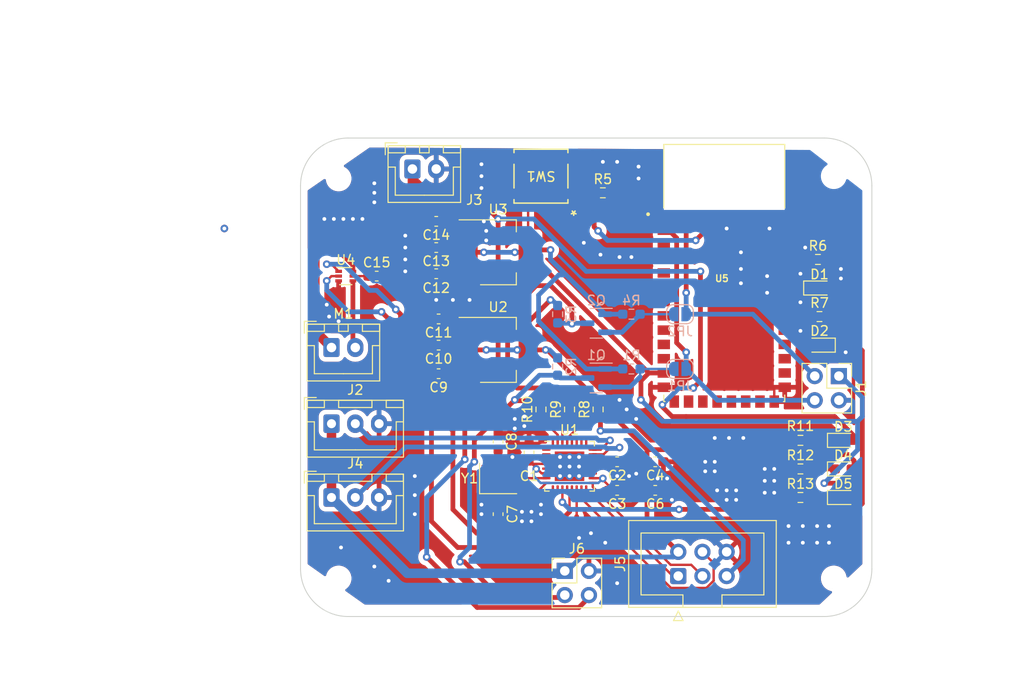
<source format=kicad_pcb>
(kicad_pcb (version 20221018) (generator pcbnew)
  (layers (0 "F.Cu" signal) (31 "B.Cu" signal) (34 "B.Paste" user) (35 "F.Paste" user) (36 "B.SilkS" user "B.Silkscreen") (37 "F.SilkS" user "F.Silkscreen") (38 "B.Mask" user) (39 "F.Mask" user) (44 "Edge.Cuts" user))
  (net 0 "")
  (net 1 "GND")
  (net 2 "+5V")
  (net 3 "Net-(U1-AREF)")
  (net 4 "Net-(U1-XTAL2{slash}PB7)")
  (net 5 "Net-(U1-XTAL1{slash}PB6)")
  (net 6 "VCC")
  (net 7 "+3.3V")
  (net 8 "Net-(D1-A)")
  (net 9 "Net-(D2-A)")
  (net 10 "Net-(J1-Pin_3)")
  (net 11 "Net-(J1-Pin_4)")
  (net 12 "A2")
  (net 13 "A1")
  (net 14 "/MISO")
  (net 15 "/SCK")
  (net 16 "/MOSI")
  (net 17 "/RST")
  (net 18 "/TX")
  (net 19 "/RX")
  (net 20 "Net-(U5-PIO[11])")
  (net 21 "Net-(U5-PIO[8])")
  (net 22 "STATE")
  (net 23 "Net-(U1-PD0)")
  (net 24 "Net-(U1-PD1)")
  (net 25 "Net-(D3-K)")
  (net 26 "Net-(D4-K)")
  (net 27 "Net-(D5-K)")
  (net 37 "/SDA")
  (net 38 "/SCL")
  (net 40 "IN1")
  (net 41 "IN2")
  (net 42 "Net-(M1--)")
  (net 43 "Net-(M1-+)")
  (net 68 "/Communication /RX3.3v")
  (net 69 "/Communication /TX3.3v")
  (footprint "Capacitor_SMD:C_0603_1608Metric_Pad1.08x0.95mm_HandSolder" (layer "F.Cu") (at 166.5 108.75 90)
    (fp_text reference "C7")
    (fp_text value "8pf")
  )
  (footprint "LED_SMD:LED_0603_1608Metric_Pad1.05x0.95mm_HandSolder" (layer "F.Cu") (at 202.75 104)
    (fp_text reference "D4")
    (fp_text value "LED_G")
  )
  (footprint "Connector_PinHeader_2.54mm:PinHeader_2x02_P2.54mm_Vertical" (layer "F.Cu") (at 173.5 114.71)
    (fp_text reference "J6")
    (fp_text value "Conn_02x02_Counter_Clockwise")
  )
  (footprint "Capacitor_SMD:C_0603_1608Metric_Pad1.08x0.95mm_HandSolder" (layer "F.Cu") (at 160.25 91 180)
    (fp_text reference "C10")
    (fp_text value "22uf")
  )
  (footprint "LED_SMD:LED_0603_1608Metric_Pad1.05x0.95mm_HandSolder" (layer "F.Cu") (at 200.25 91 180)
    (fp_text reference "D2")
    (fp_text value "BLED")
  )
  (footprint "Connector_JST:JST_XH_B2B-XH-A_1x02_P2.50mm_Vertical" (layer "F.Cu") (at 149 91.25)
    (fp_text reference "M1")
    (fp_text value "Motor_DC")
  )
  (footprint "MountingHole:MountingHole_2.2mm_M2" (layer "F.Cu") (at 201.75 115.5)
    (fp_text reference "REF**" hide)
    (fp_text value "MountingHole_2.2mm_M2")
  )
  (footprint "Capacitor_SMD:C_0603_1608Metric_Pad1.08x0.95mm_HandSolder" (layer "F.Cu") (at 160 83.5 180)
    (fp_text reference "C12")
    (fp_text value "22uf")
  )
  (footprint "Connector_JST:JST_XH_B3B-XH-A_1x03_P2.50mm_Vertical" (layer "F.Cu") (at 149 107)
    (fp_text reference "J4")
    (fp_text value "Conn_01x03")
  )
  (footprint "LED_SMD:LED_0603_1608Metric_Pad1.05x0.95mm_HandSolder" (layer "F.Cu") (at 202.75 107)
    (fp_text reference "D5")
    (fp_text value "LED_B")
  )
  (footprint "LED_SMD:LED_0603_1608Metric_Pad1.05x0.95mm_HandSolder" (layer "F.Cu") (at 200.25 85)
    (fp_text reference "D1")
    (fp_text value "BLED")
  )
  (footprint "Capacitor_SMD:C_0603_1608Metric_Pad1.08x0.95mm_HandSolder" (layer "F.Cu") (at 166.5 101.1375 -90)
    (fp_text reference "C8")
    (fp_text value "8pf")
  )
  (footprint "Resistor_SMD:R_0603_1608Metric_Pad0.98x0.95mm_HandSolder" (layer "F.Cu") (at 171 97.75 90)
    (fp_text reference "R10")
    (fp_text value "1K")
  )
  (footprint "Capacitor_SMD:C_0603_1608Metric_Pad1.08x0.95mm_HandSolder" (layer "F.Cu") (at 183 106.25 180)
    (fp_text reference "C6")
    (fp_text value "1uf")
  )
  (footprint "Capacitor_SMD:C_0603_1608Metric_Pad1.08x0.95mm_HandSolder" (layer "F.Cu") (at 160.25 94 180)
    (fp_text reference "C9")
    (fp_text value "22uf")
  )
  (footprint "Capacitor_SMD:C_0603_1608Metric_Pad1.08x0.95mm_HandSolder" (layer "F.Cu") (at 169.75 102.25 -90)
    (fp_text reference "C1")
    (fp_text value ".1uf")
  )
  (footprint "MountingHole:MountingHole_2.2mm_M2" (layer "F.Cu") (at 149.75 73.5)
    (fp_text reference "REF**" hide)
    (fp_text value "MountingHole_2.2mm_M2")
  )
  (footprint "Resistor_SMD:R_0603_1608Metric_Pad0.98x0.95mm_HandSolder" (layer "F.Cu") (at 200.25 88)
    (fp_text reference "R7")
    (fp_text value "10K")
  )
  (footprint "Package_TO_SOT_SMD:SOT-563" (layer "F.Cu") (at 150.5 83.75)
    (fp_text reference "U4")
    (fp_text value "DRV8220DRLR")
  )
  (footprint "Package_DFN_QFN:QFN-32-1EP_5x5mm_P0.5mm_EP3.1x3.1mm" (layer "F.Cu") (at 174 103.72)
    (fp_text reference "U1")
    (fp_text value "ATmega328P-M")
  )
  (footprint "Capacitor_SMD:C_0603_1608Metric_Pad1.08x0.95mm_HandSolder" (layer "F.Cu") (at 160.25 88.25 180)
    (fp_text reference "C11")
    (fp_text value "22uf")
  )
  (footprint "Capacitor_SMD:C_0603_1608Metric_Pad1.08x0.95mm_HandSolder" (layer "F.Cu") (at 160 78 180)
    (fp_text reference "C14")
    (fp_text value "22uf")
  )
  (footprint "Resistor_SMD:R_0603_1608Metric_Pad0.98x0.95mm_HandSolder" (layer "F.Cu") (at 177 97.75 90)
    (fp_text reference "R8")
    (fp_text value "1K")
  )
  (footprint "Connector_IDC:IDC-Header_2x03_P2.54mm_Vertical" (layer "F.Cu") (at 185.42 115.25 90)
    (fp_text reference "J5")
    (fp_text value "AVR-ISP-6")
  )
  (footprint "Connector_JST:JST_XH_B2B-XH-A_1x02_P2.50mm_Vertical" (layer "F.Cu") (at 157.5 72.5)
    (fp_text reference "J3")
    (fp_text value "Conn_01x02")
  )
  (footprint "MountingHole:MountingHole_2.2mm_M2" (layer "F.Cu") (at 149.75 115.5)
    (fp_text reference "REF**" hide)
    (fp_text value "MountingHole_2.2mm_M2")
  )
  (footprint "Resistor_SMD:R_0603_1608Metric_Pad0.98x0.95mm_HandSolder" (layer "F.Cu") (at 177.5 75)
    (fp_text reference "R5")
    (fp_text value "1K")
  )
  (footprint "RF_Module:XCVR_HC-05" (layer "F.Cu") (at 190.25 83.75)
    (fp_text reference "U5")
    (fp_text value "HC-05")
  )
  (footprint "Resistor_SMD:R_0603_1608Metric_Pad0.98x0.95mm_HandSolder" (layer "F.Cu") (at 174 97.75 90)
    (fp_text reference "R9")
    (fp_text value "1K")
  )
  (footprint "Capacitor_SMD:C_0603_1608Metric_Pad1.08x0.95mm_HandSolder" (layer "F.Cu") (at 160 80.75 180)
    (fp_text reference "C13")
    (fp_text value "22uf")
  )
  (footprint "Package_TO_SOT_SMD:SOT-223-3_TabPin2" (layer "F.Cu") (at 166.5 81.25)
    (fp_text reference "U3")
    (fp_text value "AZ1117-3.3")
  )
  (footprint "MountingHole:MountingHole_2.2mm_M2" (layer "F.Cu") (at 201.75 73.25)
    (fp_text reference "REF**" hide)
    (fp_text value "MountingHole_2.2mm_M2")
  )
  (footprint "Capacitor_SMD:C_0603_1608Metric_Pad1.08x0.95mm_HandSolder" (layer "F.Cu") (at 183 103.25 180)
    (fp_text reference "C4")
    (fp_text value "1uf")
  )
  (footprint "Connector_JST:JST_XH_B3B-XH-A_1x03_P2.50mm_Vertical" (layer "F.Cu") (at 149 99.25)
    (fp_text reference "J2")
    (fp_text value "Conn_01x03")
  )
  (footprint "Button_Switch_SMD:PTS526" (layer "F.Cu") (at 171 73.25 180)
    (fp_text reference "SW1")
    (fp_text value "SW_Push")
  )
  (footprint "Package_TO_SOT_SMD:SOT-223-3_TabPin2" (layer "F.Cu") (at 166.5 91.5)
    (fp_text reference "U2")
    (fp_text value "AZ1117-5.0")
  )
  (footprint "Capacitor_SMD:C_0603_1608Metric_Pad1.08x0.95mm_HandSolder" (layer "F.Cu") (at 153.75 83.75)
    (fp_text reference "C15")
    (fp_text value "22uf")
  )
  (footprint "LED_SMD:LED_0603_1608Metric_Pad1.05x0.95mm_HandSolder" (layer "F.Cu") (at 202.75 101)
    (fp_text reference "D3")
    (fp_text value "LED_R")
  )
  (footprint "Crystal:Crystal_SMD_EuroQuartz_MT-4Pin_3.2x2.5mm" (layer "F.Cu") (at 166.5 105)
    (fp_text reference "Y1")
    (fp_text value "16MHz")
  )
  (footprint "Resistor_SMD:R_0603_1608Metric_Pad0.98x0.95mm_HandSolder" (layer "F.Cu") (at 198.25 107)
    (fp_text reference "R13")
    (fp_text value "330")
  )
  (footprint "Resistor_SMD:R_0603_1608Metric_Pad0.98x0.95mm_HandSolder" (layer "F.Cu") (at 200.0875 82)
    (fp_text reference "R6")
    (fp_text value "2K")
  )
  (footprint "Resistor_SMD:R_0603_1608Metric_Pad0.98x0.95mm_HandSolder" (layer "F.Cu") (at 198.25 101 180)
    (fp_text reference "R11")
    (fp_text value "1K")
  )
  (footprint "Capacitor_SMD:C_0603_1608Metric_Pad1.08x0.95mm_HandSolder" (layer "F.Cu") (at 179 106.25 180)
    (fp_text reference "C3")
    (fp_text value ".1uf")
  )
  (footprint "Resistor_SMD:R_0603_1608Metric_Pad0.98x0.95mm_HandSolder" (layer "F.Cu") (at 198.25 104)
    (fp_text reference "R12")
    (fp_text value "330")
  )
  (footprint "Capacitor_SMD:C_0603_1608Metric_Pad1.08x0.95mm_HandSolder" (layer "F.Cu") (at 179 103.25 180)
    (fp_text reference "C2")
    (fp_text value ".1uf")
  )
  (footprint "Connector_PinHeader_2.54mm:PinHeader_2x02_P2.54mm_Vertical" (layer "F.Cu") (at 202.29 94.25 -90)
    (fp_text reference "J1")
    (fp_text value "Conn_02x02_Counter_Clockwise")
  )
  (footprint "Package_TO_SOT_SMD:SOT-23" (layer "B.Cu") (at 176.8125 88.7 180)
    (fp_text reference "Q2")
    (fp_text value "BSS138")
  )
  (footprint "Jumper:SolderJumper-2_P1.3mm_Open_RoundedPad1.0x1.5mm" (layer "B.Cu") (at 185.6 93.5)
    (fp_text reference "JP1")
    (fp_text value "SolderJumper_2_Open")
  )
  (footprint "Jumper:SolderJumper-2_P1.3mm_Open_RoundedPad1.0x1.5mm" (layer "B.Cu") (at 185.6 87.75)
    (fp_text reference "JP2")
    (fp_text value "SolderJumper_2_Open")
  )
  (footprint "Resistor_SMD:R_0603_1608Metric_Pad0.98x0.95mm_HandSolder" (layer "B.Cu") (at 180.5 93.5 180)
    (fp_text reference "R1")
    (fp_text value "10K")
  )
  (footprint "Package_TO_SOT_SMD:SOT-23" (layer "B.Cu") (at 176.8125 94.45 180)
    (fp_text reference "Q1")
    (fp_text value "BSS138")
  )
  (footprint "Resistor_SMD:R_0603_1608Metric_Pad0.98x0.95mm_HandSolder" (layer "B.Cu") (at 180.5 87.75 180)
    (fp_text reference "R4")
    (fp_text value "10K")
  )
  (footprint "Resistor_SMD:R_0603_1608Metric_Pad0.98x0.95mm_HandSolder" (layer "B.Cu") (at 172.75 93.25 90)
    (fp_text reference "R2")
    (fp_text value "10K")
  )
  (footprint "Resistor_SMD:R_0603_1608Metric_Pad0.98x0.95mm_HandSolder" (layer "B.Cu") (at 172.75 87.75 90)
    (fp_text reference "R3")
    (fp_text value "10K")
  )
  (gr_arc (start 205.75 114.5) (mid 204.285534 118.035534) (end 200.75 119.5) (stroke (width 0.1)) (layer "Edge.Cuts"))
  (gr_line (start 200.75 119.5) (end 150.75 119.5) (stroke (width 0.1)) (layer "Edge.Cuts"))
  (gr_arc (start 145.75 74.25) (mid 147.214466 70.714466) (end 150.75 69.25) (stroke (width 0.1)) (layer "Edge.Cuts"))
  (gr_arc (start 150.75 119.5) (mid 147.214466 118.035534) (end 145.75 114.5) (stroke (width 0.1)) (layer "Edge.Cuts"))
  (gr_line (start 145.75 114.5) (end 145.75 74.25) (stroke (width 0.1)) (layer "Edge.Cuts"))
  (gr_line (start 205.75 74.25) (end 205.75 114.5) (stroke (width 0.1)) (layer "Edge.Cuts"))
  (gr_line (start 150.75 69.25) (end 200.75 69.25) (stroke (width 0.1)) (layer "Edge.Cuts"))
  (gr_arc (start 200.75 69.25) (mid 204.285534 70.714466) (end 205.75 74.25) (stroke (width 0.1)) (layer "Edge.Cuts"))
  (via (at 137.75 78.75) (size 0.8) (drill 0.4) (layers "F.Cu" "B.Cu") (net 0))
  (segment (start 171.5625 103.97) (end 172.78 103.97) (width 0.25) (layer "F.Cu") (net 1))
  (segment (start 171.5625 102.97) (end 172.78 102.97) (width 0.25) (layer "F.Cu") (net 1))
  (segment (start 195.5 96.925) (end 195.5 95.5) (width 0.25) (layer "F.Cu") (net 1))
  (segment (start 175.28 103.47) (end 175 103.75) (width 0.25) (layer "F.Cu") (net 1))
  (segment (start 149.75 85.5) (end 148.5 86.75) (width 1) (layer "F.Cu") (net 1))
  (segment (start 172.78 102.97) (end 173 102.75) (width 0.25) (layer "F.Cu") (net 1))
  (segment (start 195.5 95.5) (end 195.425 95.425) (width 0.25) (layer "F.Cu") (net 1))
  (segment (start 149.75 84.5) (end 149.75 85.5) (width 0.5) (layer "F.Cu") (net 1))
  (segment (start 195.425 95.425) (end 196.6 95.425) (width 0.25) (layer "F.Cu") (net 1))
  (segment (start 176.4375 103.47) (end 175.28 103.47) (width 0.25) (layer "F.Cu") (net 1))
  (segment (start 172.78 103.97) (end 173 103.75) (width 0.25) (layer "F.Cu") (net 1))
  (via (at 176.25 110.75) (size 0.8) (drill 0.4) (layers "F.Cu" "B.Cu") (net 1))
  (via (at 164.75 107.75) (size 0.8) (drill 0.4) (layers "F.Cu" "B.Cu") (net 1))
  (via (at 148.75 88) (size 0.8) (drill 0.4) (layers "F.Cu" "B.Cu") (net 1))
  (via (at 179 104.75) (size 0.8) (drill 0.4) (layers "F.Cu" "B.Cu") (net 1))
  (via (at 198.25 86.5) (size 0.8) (drill 0.4) (layers "F.Cu" "B.Cu") (net 1))
  (via (at 181.25 72.25) (size 0.8) (drill 0.4) (layers "F.Cu" "B.Cu") (net 1))
  (via (at 152.25 77.75) (size 0.8) (drill 0.4) (layers "F.Cu" "B.Cu") (net 1))
  (via (at 177.75 111.75) (size 0.8) (drill 0.4) (layers "F.Cu" "B.Cu") (net 1))
  (via (at 198.5 111.75) (size 0.8) (drill 0.4) (layers "F.Cu" "B.Cu") (net 1))
  (via (at 164.75 73.25) (size 0.8) (drill 0.4) (layers "F.Cu" "B.Cu") (net 1))
  (via (at 156.75 82) (size 0.8) (drill 0.4) (layers "F.Cu" "B.Cu") (net 1))
  (via (at 189.25 103.25) (size 0.8) (drill 0.4) (layers "F.Cu" "B.Cu") (net 1))
  (via (at 156.75 79.5) (size 0.8) (drill 0.4) (layers "F.Cu" "B.Cu") (net 1))
  (via (at 195.5 105.25) (size 0.8) (drill 0.4) (layers "F.Cu" "B.Cu") (net 1))
  (via (at 157.75 106.75) (size 0.8) (drill 0.4) (layers "F.Cu" "B.Cu") (net 1))
  (via (at 160 86.25) (size 0.8) (drill 0.4) (layers "F.Cu" "B.Cu") (net 1))
  (via (at 151.25 77.75) (size 0.8) (drill 0.4) (layers "F.Cu" "B.Cu") (net 1))
  (via (at 175.5 80.25) (size 0.8) (drill 0.4) (layers "F.Cu" "B.Cu") (net 1))
  (via (at 168 102.75) (size 0.8) (drill 0.4) (layers "F.Cu" "B.Cu") (net 1))
  (via (at 165.25 80) (size 0.8) (drill 0.4) (layers "F.Cu" "B.Cu") (net 1))
  (via (at 148.5 86.75) (size 0.8) (drill 0.4) (layers "F.Cu" "B.Cu") (net 1))
  (via (at 198.75 80.75) (size 0.8) (drill 0.4) (layers "F.Cu" "B.Cu") (net 1))
  (via (at 190.5 78.75) (size 0.8) (drill 0.4) (layers "F.Cu" "B.Cu") (net 1))
  (via (at 194.75 85.5) (size 0.8) (drill 0.4) (layers "F.Cu" "B.Cu") (net 1))
  (via (at 157.75 108.75) (size 0.8) (drill 0.4) (layers "F.Cu" "B.Cu") (net 1))
  (via (at 153.5 114.25) (size 0.8) (drill 0.4) (layers "F.Cu" "B.Cu") (net 1))
  (via (at 169.25 98.5) (size 0.8) (drill 0.4) (layers "F.Cu" "B.Cu") (net 1))
  (via (at 189.25 100.75) (size 0.8) (drill 0.4) (layers "F.Cu" "B.Cu") (net 1))
  (via (at 169 108.5) (size 0.8) (drill 0.4) (layers "F.Cu" "B.Cu") (net 1))
  (via (at 150.25 77.75) (size 0.8) (drill 0.4) (layers "F.Cu" "B.Cu") (net 1))
  (via (at 202.5 84) (size 0.8) (drill 0.4) (layers "F.Cu" "B.Cu") (net 1))
  (via (at 173 102.75) (size 0.8) (drill 0.4) (layers "F.Cu" "B.Cu") (net 1))
  (via (at 194.75 83.75) (size 0.8) (drill 0.4) (layers "F.Cu" "B.Cu") (net 1))
  (via (at 184.25 105) (size 0.8) (drill 0.4) (layers "F.Cu" "B.Cu") (net 1))
  (via (at 190.75 100.75) (size 0.8) (drill 0.4) (layers "F.Cu" "B.Cu") (net 1))
  (via (at 174 103.75) (size 0.8) (drill 0.4) (layers "F.Cu" "B.Cu") (net 1))
  (via (at 200 111.75) (size 0.8) (drill 0.4) (layers "F.Cu" "B.Cu") (net 1))
  (via (at 188.25 103.25) (size 0.8) (drill 0.4) (layers "F.Cu" "B.Cu") (net 1))
  (via (at 157.75 104.75) (size 0.8) (drill 0.4) (layers "F.Cu" "B.Cu") (net 1))
  (via (at 163.5 86.25) (size 0.8) (drill 0.4) (layers "F.Cu" "B.Cu") (net 1))
  (via (at 181 104.5) (size 0.8) (drill 0.4) (layers "F.Cu" "B.Cu") (net 1))
  (via (at 200 110) (size 0.8) (drill 0.4) (layers "F.Cu" "B.Cu") (net 1))
  (via (at 198.5 110) (size 0.8) (drill 0.4) (layers "F.Cu" "B.Cu") (net 1))
  (via (at 192 81.25) (size 0.8) (drill 0.4) (layers "F.Cu" "B.Cu") (net 1))
  (via (at 202.5 83) (size 0.8) (drill 0.4) (layers "F.Cu" "B.Cu") (net 1))
  (via (at 148.25 77.75) (size 0.8) (drill 0.4) (layers "F.Cu" "B.Cu") (net 1))
  (via (at 177.25 81.5) (size 0.8) (drill 0.4) (layers "F.Cu" "B.Cu") (net 1))
  (via (at 175 104.75) (size 0.8) (drill 0.4) (layers "F.Cu" "B.Cu") (net 1))
  (via (at 188.25 104.25) (size 0.8) (drill 0.4) (layers "F.Cu" "B.Cu") (net 1))
  (via (at 191.5 106.25) (size 0.8) (drill 0.4) (layers "F.Cu" "B.Cu") (net 1))
  (via (at 168.25 99.75) (size 0.8) (drill 0.4) (layers "F.Cu" "B.Cu") (net 1))
  (via (at 169 109.5) (size 0.8) (drill 0.4) (layers "F.Cu" "B.Cu") (net 1))
  (via (at 179.25 96.75) (size 0.8) (drill 0.4) (layers "F.Cu" "B.Cu") (net 1))
  (via (at 201.25 111.75) (size 0.8) (drill 0.4) (layers "F.Cu" "B.Cu") (net 1))
  (via (at 195.5 104) (size 0.8) (drill 0.4) (layers "F.Cu" "B.Cu") (net 1))
  (via (at 180 97.75) (size 0.8) (drill 0.4) (layers "F.Cu" "B.Cu") (net 1))
  (via (at 198.25 83.5) (size 0.8) (drill 0.4) (layers "F.Cu" "B.Cu") (net 1))
  (via (at 161.75 86.25) (size 0.8) (drill 0.4) (layers "F.Cu" "B.Cu") (net 1))
  (via (at 175 111.25) (size 0.8) (drill 0.4) (layers "F.Cu" "B.Cu") (net 1))
  (via (at 164.75 74.5) (size 0.8) (drill 0.4) (layers "F.Cu" "B.Cu") (net 1))
  (via (at 153.5 75) (size 0.8) (drill 0.4) (layers "F.Cu" "B.Cu") (net 1))
  (via (at 192 83) (size 0.8) (drill 0.4) (layers "F.Cu" "B.Cu") (net 1))
  (via (at 198.25 89.5) (size 0.8) (drill 0.4) (layers "F.Cu" "B.Cu") (net 1))
  (via (at 164.75 108.75) (size 0.8) (drill 0.4) (layers "F.Cu" "B.Cu") (net 1))
  (via (at 156.75 80.75) (size 0.8) (drill 0.4) (layers "F.Cu" "B.Cu") (net 1))
  (via (at 168.25 98.75) (size 0.8) (drill 0.4) (layers "F.Cu" "B.Cu") (net 1))
  (via (at 191.5 107.25) (size 0.8) (drill 0.4) (layers "F.Cu" "B.Cu") (net 1))
  (via (at 183.25 105) (size 0.8) (drill 0.4) (layers "F.Cu" "B.Cu") (net 1))
  (via (at 181 98.75) (size 0.8) (drill 0.4) (layers "F.Cu" "B.Cu") (net 1))
  (via (at 165 78) (size 0.8) (drill 0.4) (layers "F.Cu" "B.Cu") (net 1))
  (via (at 174 104.75) (size 0.8) (drill 0.4) (layers "F.Cu" "B.Cu") (net 1))
  (via (at 153.5 76) (size 0.8) (drill 0.4) (layers "F.Cu" "B.Cu") (net 1))
  (via (at 173 104.75) (size 0.8) (drill 0.4) (layers "F.Cu" "B.Cu") (net 1))
  (via (at 194.5 105.25) (size 0.8) (drill 0.4) (layers "F.Cu" "B.Cu") (net 1))
  (via (at 203 91.75) (size 0.8) (drill 0.4) (layers "F.Cu" "B.Cu") (net 1))
  (via (at 184.75 107.25) (size 0.8) (drill 0.4) (layers "F.Cu" "B.Cu") (net 1))
  (via (at 153.5 74) (size 0.8) (drill 0.4) (layers "F.Cu" "B.Cu") (net 1))
  (via (at 179.25 81.75) (size 0.8) (drill 0.4) (layers "F.Cu" "B.Cu") (net 1))
  (via (at 180.25 104.75) (size 0.8) (drill 0.4) (layers "F.Cu" "B.Cu") (net 1))
  (via (at 149.75 88.5) (size 0.8) (drill 0.4) (layers "F.Cu" "B.Cu") (net 1))
  (via (at 195.5 106.5) (size 0.8) (drill 0.4) (layers "F.Cu" "B.Cu") (net 1))
  (via (at 171 107.75) (size 0.8) (drill 0.4) (layers "F.Cu" "B.Cu") (net 1))
  (via (at 179 116) (size 0.8) (drill 0.4) (layers "F.Cu" "B.Cu") (net 1))
  (via (at 173 103.75) (size 0.8) (drill 0.4) (layers "F.Cu" "B.Cu") (net 1))
  (via (at 192.25 100.75) (size 0.8) (drill 0.4) (layers "F.Cu" "B.Cu") (net 1))
  (via (at 170 108.5) (size 0.8) (drill 0.4) (layers "F.Cu" "B.Cu") (net 1))
  (via (at 197 111.75) (size 0.8) (drill 0.4) (layers "F.Cu" "B.Cu") (net 1))
  (via (at 180.5 81.75) (size 0.8) (drill 0.4) (layers "F.Cu" "B.Cu") (net 1))
  (via (at 156.75 83.25) (size 0.8) (drill 0.4) (layers "F.Cu" "B.Cu") (net 1))
  (via (at 174 102.75) (size 0.8) (drill 0.4) (layers "F.Cu" "B.Cu") (net 1))
  (via (at 164.75 72) (size 0.8) (drill 0.4) (layers "F.Cu" "B.Cu") (net 1))
  (via (at 197 110) (size 0.8) (drill 0.4) (layers "F.Cu" "B.Cu") (net 1))
  (via (at 190.5 106.25) (size 0.8) (drill 0.4) (layers "F.Cu" "B.Cu") (net 1))
  (via (at 175 102.75) (size 0.8) (drill 0.4) (layers "F.Cu" "B.Cu") (net 1))
  (via (at 177.5 71.75) (size 0.8) (drill 0.4) (layers "F.Cu" "B.Cu") (net 1))
  (via (at 171 108.75) (size 0.8) (drill 0.4) (layers "F.Cu" "B.Cu") (net 1))
  (via (at 181.25 73.5) (size 0.8) (drill 0.4) (layers "F.Cu" "B.Cu") (net 1))
  (via (at 190.5 107.25) (size 0.8) (drill 0.4) (layers "F.Cu" "B.Cu") (net 1))
  (via (at 194.5 104) (size 0.8) (drill 0.4) (layers "F.Cu" "B.Cu") (net 1))
  (via (at 179 71.75) (size 0.8) (drill 0.4) (layers "F.Cu" "B.Cu") (net 1))
  (via (at 165.25 79) (size 0.8) (drill 0.4) (layers "F.Cu" "B.Cu") (net 1))
  (via (at 195 78.75) (size 0.8) (drill 0.4) (layers "F.Cu" "B.Cu") (net 1))
  (via (at 150 112.25) (size 0.8) (drill 0.4) (layers "F.Cu" "B.Cu") (net 1))
  (via (at 149.25 77.75) (size 0.8) (drill 0.4) (layers "F.Cu" "B.Cu") (net 1))
  (via (at 194.5 106.5) (size 0.8) (drill 0.4) (layers "F.Cu" "B.Cu") (net 1))
  (via (at 170 109.5) (size 0.8) (drill 0.4) (layers "F.Cu" "B.Cu") (net 1))
  (via (at 189.25 104.25) (size 0.8) (drill 0.4) (layers "F.Cu" "B.Cu") (net 1))
  (via (at 175 103.75) (size 0.8) (drill 0.4) (layers "F.Cu" "B.Cu") (net 1))
  (via (at 189.5 106.25) (size 0.8) (drill 0.4) (layers "F.Cu" "B.Cu") (net 1))
  (via (at 169.25 99.5) (size 0.8) (drill 0.4) (layers "F.Cu" "B.Cu") (net 1))
  (via (at 201.25 110) (size 0.8) (drill 0.4) (layers "F.Cu" "B.Cu") (net 1))
  (via (at 192 84.5) (size 0.8) (drill 0.4) (layers "F.Cu" "B.Cu") (net 1))
  (via (at 155 115.75) (size 0.8) (drill 0.4) (layers "F.Cu" "B.Cu") (net 1))
  (segment (start 149 99.25) (end 149 107) (width 1) (layer "F.Cu") (net 2))
  (segment (start 162.85 91) (end 163.35 91.5) (width 0.25) (layer "F.Cu") (net 2))
  (segment (start 161.1125 91) (end 162.85 91) (width 0.5) (layer "F.Cu") (net 2))
  (segment (start 177 96.8375) (end 182.1375 101.975) (width 0.5) (layer "F.Cu") (net 2))
  (segment (start 180.6375 107.75) (end 179.6375 107.75) (width 0.5) (layer "F.Cu") (net 2))
  (segment (start 177.5 105.1375) (end 177.5 105) (width 0.25) (layer "F.Cu") (net 2))
  (segment (start 182.1375 101.975) (end 194.975 101.975) (width 0.5) (layer "F.Cu") (net 2))
  (segment (start 182.1375 103.25) (end 182.1375 106.25) (width 0.5) (layer "F.Cu") (net 2))
  (segment (start 161.1125 88.25) (end 161.1125 91) (width 0.5) (layer "F.Cu") (net 2))
  (segment (start 194.975 101.975) (end 195.5 102.5) (width 0.5) (layer "F.Cu") (net 2))
  (segment (start 171.5625 104.47) (end 171.07526 104.47) (width 0.25) (layer "F.Cu") (net 2))
  (segment (start 195.5 102.5) (end 203.25 102.5) (width 0.5) (layer "F.Cu") (net 2))
  (segment (start 171.6625 91.5) (end 177 96.8375) (width 0.5) (layer "F.Cu") (net 2))
  (segment (start 170.5 103.89474) (end 170.1075 103.50224) (width 0.25) (layer "F.Cu") (net 2))
  (segment (start 171.5 91.5) (end 171.6625 91.5) (width 0.25) (layer "F.Cu") (net 2))
  (segment (start 177.5 105) (end 177.3625 105) (width 0.25) (layer "F.Cu") (net 2))
  (segment (start 171.07526 104.47) (end 170.60526 104) (width 0.25) (layer "F.Cu") (net 2))
  (segment (start 169.65 91.5) (end 171.5 91.5) (width 0.5) (layer "F.Cu") (net 2))
  (segment (start 179.6375 107.75) (end 178.1375 106.25) (width 0.5) (layer "F.Cu") (net 2))
  (segment (start 177.3325 104.97) (end 176.4375 104.97) (width 0.25) (layer "F.Cu") (net 2))
  (segment (start 182.1375 106.25) (end 180.6375 107.75) (width 0.5) (layer "F.Cu") (net 2))
  (segment (start 203.875 103.125) (end 203.875 104) (width 0.5) (layer "F.Cu") (net 2))
  (segment (start 170.1075 103.50224) (end 170.1075 103.47) (width 0.25) (layer "F.Cu") (net 2))
  (segment (start 169.75 103.1125) (end 170.1075 103.47) (width 0.25) (layer "F.Cu") (net 2))
  (segment (start 178.1375 106.25) (end 178.1375 105.775) (width 0.25) (layer "F.Cu") (net 2))
  (segment (start 185.42 112.71) (end 182.1375 109.4275) (width 0.5) (layer "F.Cu") (net 2))
  (segment (start 169.65 88.6) (end 169.65 91.5) (width 0.5) (layer "F.Cu") (net 2))
  (segment (start 169.65 91.5) (end 168.5 91.5) (width 0.5) (layer "F.Cu") (net 2))
  (segment (start 170.60526 104) (end 170.5 104) (width 0.25) (layer "F.Cu") (net 2))
  (segment (start 182.1375 109.4275) (end 182.1375 106.25) (width 0.5) (layer "F.Cu") (net 2))
  (segment (start 182.1375 101.975) (end 182.1375 103.25) (width 0.5) (layer "F.Cu") (net 2))
  (segment (start 172 86.25) (end 169.65 88.6) (width 0.5) (layer "F.Cu") (net 2))
  (segment (start 178.1375 105.775) (end 177.5 105.1375) (width 0.25) (layer "F.Cu") (net 2))
  (segment (start 203.25 102.5) (end 203.875 103.125) (width 0.5) (layer "F.Cu") (net 2))
  (segment (start 170.5 104) (end 170.5 103.89474) (width 0.25) (layer "F.Cu") (net 2))
  (segment (start 177.3625 105) (end 177.3325 104.97) (width 0.25) (layer "F.Cu") (net 2))
  (segment (start 165.25 91.5) (end 163.35 91.5) (width 0.5) (layer "F.Cu") (net 2))
  (segment (start 170.1075 103.47) (end 171.5625 103.47) (width 0.25) (layer "F.Cu") (net 2))
  (via (at 177.5 105) (size 0.8) (drill 0.4) (layers "F.Cu" "B.Cu") (net 2))
  (via (at 172 86.25) (size 0.8) (drill 0.4) (layers "F.Cu" "B.Cu") (net 2))
  (via (at 171.5 91.5) (size 0.8) (drill 0.4) (layers "F.Cu" "B.Cu") (net 2))
  (via (at 168.5 91.5) (size 0.8) (drill 0.4) (layers "F.Cu" "B.Cu") (net 2))
  (via (at 170.5 104) (size 0.8) (drill 0.4) (layers "F.Cu" "B.Cu") (net 2))
  (via (at 165.25 91.5) (size 0.8) (drill 0.4) (layers "F.Cu" "B.Cu") (net 2))
  (segment (start 170.25 104.25) (end 170.5 104) (width 0.25) (layer "B.Cu") (net 2))
  (segment (start 184.88 113.25) (end 185.42 112.71) (width 0.5) (layer "B.Cu") (net 2))
  (segment (start 149 107) (end 156.96 114.96) (width 1) (layer "B.Cu") (net 2))
  (segment (start 170.25 104.75) (end 170.25 104.25) (width 0.25) (layer "B.Cu") (net 2))
  (segment (start 172 86.25) (end 172.1625 86.25) (width 0.5) (layer "B.Cu") (net 2))
  (segment (start 173.5 114.96) (end 175.21 113.25) (width 0.5) (layer "B.Cu") (net 2))
  (segment (start 168.5 91.5) (end 165.25 91.5) (width 0.5) (layer "B.Cu") (net 2))
  (segment (start 175.21 113.25) (end 184.88 113.25) (width 0.5) (layer "B.Cu") (net 2))
  (segment (start 177.5 105) (end 177.025 105.475) (width 0.25) (layer "B.Cu") (net 2))
  (segment (start 170.975 105.475) (end 170.25 104.75) (width 0.25) (layer "B.Cu") (net 2))
  (segment (start 171.9125 91.5) (end 172.75 92.3375) (width 0.5) (layer "B.Cu") (net 2))
  (segment (start 156.96 114.96) (end 173.5 114.96) (width 1) (layer "B.Cu") (net 2))
  (segment (start 172.1625 86.25) (end 172.75 86.8375) (width 0.5) (layer "B.Cu") (net 2))
  (segment (start 171.5 91.5) (end 171.9125 91.5) (width 0.25) (layer "B.Cu") (net 2))
  (segment (start 177.025 105.475) (end 170.975 105.475) (width 0.25) (layer "B.Cu") (net 2))
  (segment (start 177.4175 103.97) (end 176.4375 103.97) (width 0.25) (layer "F.Cu") (net 3))
  (segment (start 178.1375 103.25) (end 177.4175 103.97) (width 0.25) (layer "F.Cu") (net 3))
  (segment (start 166.5 107.8875) (end 166.5 107) (width 0.25) (layer "F.Cu") (net 4))
  (segment (start 166.225 106.725) (end 170.3075 106.725) (width 0.25) (layer "F.Cu") (net 4))
  (segment (start 165.4 105.9) (end 166.225 106.725) (width 0.25) (layer "F.Cu") (net 4))
  (segment (start 166.5 107) (end 165.4 105.9) (width 0.25) (layer "F.Cu") (net 4))
  (segment (start 170.3075 106.725) (end 171.5625 105.47) (width 0.25) (layer "F.Cu") (net 4))
  (segment (start 166.5 102) (end 166.5 103) (width 0.25) (layer "F.Cu") (net 5))
  (segment (start 167.6 104.1) (end 168.47 104.97) (width 0.25) (layer "F.Cu") (net 5))
  (segment (start 168.47 104.97) (end 171.5625 104.97) (width 0.25) (layer "F.Cu") (net 5))
  (segment (start 166.5 103) (end 167.6 104.1) (width 0.25) (layer "F.Cu") (net 5))
  (segment (start 165.2 93.8) (end 163.35 93.8) (width 0.5) (layer "F.Cu") (net 6))
  (segment (start 163.15 94) (end 163.35 93.8) (width 0.25) (layer "F.Cu") (net 6))
  (segment (start 152.8875 83.75) (end 151.25 83.75) (width 0.25) (layer "F.Cu") (net 6))
  (segment (start 166.5 92.5) (end 165.2 93.8) (width 0.5) (layer "F.Cu") (net 6))
  (segment (start 166.5 77.75) (end 166.5 83) (width 0.5) (layer "F.Cu") (net 6))
  (segment (start 187 95.5) (end 187.75 94.75) (width 0.5) (layer "F.Cu") (net 6))
  (segment (start 166.5 83.25) (end 166.2 83.55) (width 0.5) (layer "F.Cu") (net 6))
  (segment (start 163.3 83.5) (end 163.35 83.55) (width 0.25) (layer "F.Cu") (net 6))
  (segment (start 157.5 72.5) (end 157.5 73.25) (width 0.25) (layer "F.Cu") (net 6))
  (segment (start 157.5 75.5) (end 152.8875 80.1125) (width 1) (layer "F.Cu") (net 6))
  (segment (start 152.8875 80.1125) (end 152.8875 83.75) (width 1) (layer "F.Cu") (net 6))
  (segment (start 184.775 98.5) (end 183.75 97.475) (width 0.5) (layer "F.Cu") (net 6))
  (segment (start 165.5 76.75) (end 166.5 77.75) (width 0.5) (layer "F.Cu") (net 6))
  (segment (start 201.85 98.5) (end 186.25 98.5) (width 0.5) (layer "F.Cu") (net 6))
  (segment (start 161.1125 94) (end 163.15 94) (width 0.5) (layer "F.Cu") (net 6))
  (segment (start 166.5 83) (end 166.5 83.25) (width 0.5) (layer "F.Cu") (net 6))
  (segment (start 203.875 100.525) (end 201.85 98.5) (width 0.5) (layer "F.Cu") (net 6))
  (segment (start 157.5 73.25) (end 161 76.75) (width 0.5) (layer "F.Cu") (net 6))
  (segment (start 161 76.75) (end 165.5 76.75) (width 0.5) (layer "F.Cu") (net 6))
  (segment (start 186.25 98.5) (end 184.775 98.5) (width 0.5) (layer "F.Cu") (net 6))
  (segment (start 157.5 72.5) (end 157.5 75.5) (width 1) (layer "F.Cu") (net 6))
  (segment (start 160.8625 83.5) (end 163.3 83.5) (width 0.5) (layer "F.Cu") (net 6))
  (segment (start 183.75 97.475) (end 183.75 97.25) (width 0.25) (layer "F.Cu") (net 6))
  (segment (start 166.2 83.55) (end 163.35 83.55) (width 0.5) (layer "F.Cu") (net 6))
  (segment (start 203.875 101) (end 203.875 100.525) (width 0.25) (layer "F.Cu") (net 6))
  (segment (start 187.75 94.75) (end 187.75 83.25) (width 0.5) (layer "F.Cu") (net 6))
  (segment (start 166.5 83) (end 166.5 92.5) (width 0.5) (layer "F.Cu") (net 6))
  (via (at 183.75 97.25) (size 0.8) (drill 0.4) (layers "F.Cu" "B.Cu") (net 6))
  (via (at 166.5 77.75) (size 0.8) (drill 0.4) (layers "F.Cu" "B.Cu") (net 6))
  (via (at 187.75 83.25) (size 0.8) (drill 0.4) (layers "F.Cu" "B.Cu") (net 6))
  (via (at 187 95.5) (size 0.8) (drill 0.4) (layers "F.Cu" "B.Cu") (net 6))
  (segment (start 175.75 83.25) (end 170.25 77.75) (width 0.5) (layer "B.Cu") (net 6))
  (segment (start 187.75 83.25) (end 175.75 83.25) (width 0.5) (layer "B.Cu") (net 6))
  (segment (start 185.5 95.5) (end 187 95.5) (width 0.5) (layer "B.Cu") (net 6))
  (segment (start 183.75 97.25) (end 185.5 95.5) (width 0.5) (layer "B.Cu") (net 6))
  (segment (start 170.25 77.75) (end 166.5 77.75) (width 0.5) (layer "B.Cu") (net 6))
  (segment (start 169.65 76.6) (end 168 74.95) (width 0.25) (layer "F.Cu") (net 7))
  (segment (start 202.375 105.5) (end 203.875 107) (width 0.5) (layer "F.Cu") (net 7))
  (segment (start 181.5 96.75) (end 181.5 94.75) (width 0.5) (layer "F.Cu") (net 7))
  (segment (start 172 81) (end 169.9 81) (width 0.5) (layer "F.Cu") (net 7))
  (segment (start 169.65 81.25) (end 182.325 93.925) (width 0.5) (layer "F.Cu") (net 7))
  (segment (start 182.325 93.925) (end 183.9 93.925) (width 0.5) (layer "F.Cu") (net 7))
  (segment (start 160.8625 78) (end 160.8625 80.75) (width 0.5) (layer "F.Cu") (net 7))
  (segment (start 181.5 94.75) (end 182.325 93.925) (width 0.5) (layer "F.Cu") (net 7))
  (segment (start 200.75 105.5) (end 202.375 105.5) (width 0.5) (layer "F.Cu") (net 7))
  (segment (start 169.65 81.25) (end 168.25 81.25) (width 0.5) (layer "F.Cu") (net 7))
  (segment (start 165 81.25) (end 163.35 81.25) (width 0.5) (layer "F.Cu") (net 7))
  (segment (start 162.85 80.75) (end 163.35 81.25) (width 0.25) (layer "F.Cu") (net 7))
  (segment (start 160.8625 80.75) (end 162.85 80.75) (width 0.5) (layer "F.Cu") (net 7))
  (segment (start 169.65 81.25) (end 169.65 76.6) (width 0.25) (layer "F.Cu") (net 7))
  (segment (start 169.9 81) (end 169.65 81.25) (width 0.5) (layer "F.Cu") (net 7))
  (via (at 200.75 105.5) (size 0.8) (drill 0.4) (layers "F.Cu" "B.Cu") (net 7))
  (via (at 181.5 96.75) (size 0.8) (drill 0.4) (layers "F.Cu" "B.Cu") (net 7))
  (via (at 168.25 81.25) (size 0.8) (drill 0.4) (layers "F.Cu" "B.Cu") (net 7))
  (via (at 165 81.25) (size 0.8) (drill 0.4) (layers "F.Cu" "B.Cu") (net 7))
  (via (at 172 81) (size 0.8) (drill 0.4) (layers "F.Cu" "B.Cu") (net 7))
  (segment (start 168.25 81.25) (end 165 81.25) (width 0.5) (layer "B.Cu") (net 7))
  (segment (start 177.75 93.5) (end 175.75 93.5) (width 0.5) (layer "B.Cu") (net 7))
  (segment (start 204.25 99) (end 184 99) (width 0.5) (layer "B.Cu") (net 7))
  (segment (start 204.75 98.5) (end 204.25 99) (width 0.5) (layer "B.Cu") (net 7))
  (segment (start 204.75 96.5) (end 204.75 98.5) (width 0.5) (layer "B.Cu") (net 7))
  (segment (start 202.5 94.25) (end 204.75 96.5) (width 0.5) (layer "B.Cu") (net 7))
  (segment (start 170.75 88.5) (end 170.75 85.75) (width 0.5) (layer "B.Cu") (net 7))
  (segment (start 204.25 102) (end 200.75 105.5) (width 0.5) (layer "B.Cu") (net 7))
  (segment (start 170.75 85.75) (end 172.875 83.625) (width 0.5) (layer "B.Cu") (net 7))
  (segment (start 177.75 87.75) (end 173.875 83.875) (width 0.5) (layer "B.Cu") (net 7))
  (segment (start 173.875 83.875) (end 172 82) (width 0.5) (layer "B.Cu") (net 7))
  (segment (start 202.29 94.25) (end 202.5 94.25) (width 0.25) (layer "B.Cu") (net 7))
  (segment (start 204.25 99) (end 204.25 102) (width 0.5) (layer "B.Cu") (net 7))
  (segment (start 175.75 93.5) (end 170.75 88.5) (width 0.5) (layer "B.Cu") (net 7))
  (segment (start 184 99) (end 183.75 99) (width 0.25) (layer "B.Cu") (net 7))
  (segment (start 183.75 99) (end 181.5 96.75) (width 0.5) (layer "B.Cu") (net 7))
  (segment (start 172.875 83.625) (end 173.625 83.625) (width 0.5) (layer "B.Cu") (net 7))
  (segment (start 179.5875 87.75) (end 177.75 87.75) (width 0.5) (layer "B.Cu") (net 7))
  (segment (start 172 82) (end 172 81) (width 0.5) (layer "B.Cu") (net 7))
  (segment (start 179.5875 93.5) (end 177.75 93.5) (width 0.5) (layer "B.Cu") (net 7))
  (segment (start 201.125 82.125) (end 201 82) (width 0.25) (layer "F.Cu") (net 8))
  (segment (start 201.125 85) (end 201.125 82.125) (width 0.5) (layer "F.Cu") (net 8))
  (segment (start 199.375 91) (end 199.375 88.0375) (width 0.5) (layer "F.Cu") (net 9))
  (segment (start 199.375 88.0375) (end 199.3375 88) (width 0.25) (layer "F.Cu") (net 9))
  (segment (start 184.425 77.425) (end 185.5 78.5) (width 0.5) (layer "F.Cu") (net 10))
  (segment (start 185.75 78.5) (end 186.25 79) (width 0.5) (layer "F.Cu") (net 10))
  (segment (start 183.9 77.425) (end 184.425 77.425) (width 0.25) (layer "F.Cu") (net 10))
  (segment (start 185.5 78.5) (end 185.75 78.5) (width 0.5) (layer "F.Cu") (net 10))
  (segment (start 186.25 79) (end 186.25 85.5) (width 0.5) (layer "F.Cu") (net 10))
  (via (at 186.25 85.5) (size 0.8) (drill 0.4) (layers "F.Cu" "B.Cu") (net 10))
  (segment (start 199.75 94.25) (end 193.25 87.75) (width 0.5) (layer "B.Cu") (net 10))
  (segment (start 193.25 87.75) (end 186.25 87.75) (width 0.5) (layer "B.Cu") (net 10))
  (segment (start 186.25 85.5) (end 186.25 87.75) (width 0.5) (layer "B.Cu") (net 10))
  (segment (start 185.25 79.75) (end 185.25 90.75) (width 0.5) (layer "F.Cu") (net 11))
  (segment (start 183.9 78.925) (end 184.05 78.925) (width 0.25) (layer "F.Cu") (net 11))
  (segment (start 184.425 78.925) (end 185.25 79.75) (width 0.5) (layer "F.Cu") (net 11))
  (segment (start 184.05 78.925) (end 184.425 78.925) (width 0.5) (layer "F.Cu") (net 11))
  (segment (start 185.25 90.75) (end 186.25 91.75) (width 0.5) (layer "F.Cu") (net 11))
  (via (at 186.25 91.75) (size 0.8) (drill 0.4) (layers "F.Cu" "B.Cu") (net 11))
  (segment (start 199.75 96.79) (end 189.54 96.79) (width 0.5) (layer "B.Cu") (net 11))
  (segment (start 186.25 91.75) (end 186.25 93.5) (width 0.5) (layer "B.Cu") (net 11))
  (segment (start 189.54 96.79) (end 186.25 93.5) (width 0.5) (layer "B.Cu") (net 11))
  (segment (start 177.28 101.97) (end 176.4375 101.97) (width 0.25) (layer "F.Cu") (net 12))
  (segment (start 177.28 101.97) (end 178.25 101) (width 0.25) (layer "F.Cu") (net 12))
  (via (at 178.25 101) (size 0.8) (drill 0.4) (layers "F.Cu" "B.Cu") (net 12))
  (segment (start 177.047918 101) (end 176.797918 100.75) (width 0.5) (layer "B.Cu") (net 12))
  (segment (start 178.25 101) (end 177.047918 101) (width 0.5) (layer "B.Cu") (net 12))
  (segment (start 176.797918 100.75) (end 153 100.75) (width 0.5) (layer "B.Cu") (net 12))
  (segment (start 153 100.75) (end 151.5 99.25) (width 0.5) (layer "B.Cu") (net 12))
  (segment (start 178.297924 101.75) (end 179.25 101.75) (width 0.25) (layer "F.Cu") (net 13))
  (segment (start 176.4375 102.47) (end 177.577924 102.47) (width 0.25) (layer "F.Cu") (net 13))
  (segment (start 177.577924 102.47) (end 178.297924 101.75) (width 0.25) (layer "F.Cu") (net 13))
  (via (at 179.25 101.75) (size 0.8) (drill 0.4) (layers "F.Cu" "B.Cu") (net 13))
  (segment (start 177.897918 101.85) (end 177.747918 101.7) (width 0.5) (layer "B.Cu") (net 13))
  (segment (start 156.8 101.7) (end 151.5 107) (width 0.5) (layer "B.Cu") (net 13))
  (segment (start 179.25 101.75) (end 179.15 101.85) (width 0.5) (layer "B.Cu") (net 13))
  (segment (start 179.15 101.85) (end 177.897918 101.85) (width 0.5) (layer "B.Cu") (net 13))
  (segment (start 177.747918 101.7) (end 156.8 101.7) (width 0.5) (layer "B.Cu") (net 13))
  (segment (start 185.42 115.25) (end 184.8425 115.25) (width 0.25) (layer "F.Cu") (net 14))
  (segment (start 184.8425 115.25) (end 175.75 106.1575) (width 0.25) (layer "F.Cu") (net 14))
  (segment (start 184.622924 114.075) (end 176.4375 105.889576) (width 0.25) (layer "F.Cu") (net 15))
  (segment (start 176.4375 105.889576) (end 176.4375 105.47) (width 0.25) (layer "F.Cu") (net 15))
  (segment (start 186.785 114.075) (end 184.622924 114.075) (width 0.25) (layer "F.Cu") (net 15))
  (segment (start 187.96 115.25) (end 186.785 114.075) (width 0.25) (layer "F.Cu") (net 15))
  (segment (start 187.96 112.71) (end 189.135 113.885) (width 0.25) (layer "F.Cu") (net 16))
  (segment (start 188.371701 116.5) (end 184.6499 116.5) (width 0.25) (layer "F.Cu") (net 16))
  (segment (start 189.135 113.885) (end 189.135 115.736701) (width 0.25) (layer "F.Cu") (net 16))
  (segment (start 189.135 115.736701) (end 188.371701 116.5) (width 0.25) (layer "F.Cu") (net 16))
  (segment (start 175.25 107.1001) (end 175.25 106.1575) (width 0.25) (layer "F.Cu") (net 16))
  (segment (start 184.6499 116.5) (end 175.25 107.1001) (width 0.25) (layer "F.Cu") (net 16))
  (segment (start 177.25 100) (end 177.25 98.9125) (width 0.5) (layer "F.Cu") (net 17))
  (segment (start 173.75 100.79526) (end 173.75 101.2825) (width 0.25) (layer "F.Cu") (net 17))
  (segment (start 177.25 98.9125) (end 177 98.6625) (width 0.25) (layer "F.Cu") (net 17))
  (segment (start 177 98.6625) (end 175.88276 98.6625) (width 0.25) (layer "F.Cu") (net 17))
  (segment (start 175.88276 98.6625) (end 173.75 100.79526) (width 0.25) (layer "F.Cu") (net 17))
  (via (at 177.25 100) (size 0.8) (drill 0.4) (layers "F.Cu" "B.Cu") (net 17))
  (segment (start 190.5 115.25) (end 192.25 113.5) (width 0.5) (layer "B.Cu") (net 17))
  (segment (start 192.25 111.5) (end 180.75 100) (width 0.5) (layer "B.Cu") (net 17))
  (segment (start 192.25 113.5) (end 192.25 111.5) (width 0.5) (layer "B.Cu") (net 17))
  (segment (start 180.75 100) (end 177.25 100) (width 0.5) (layer "B.Cu") (net 17))
  (segment (start 171 96.8375) (end 168.3375 96.8375) (width 0.5) (layer "F.Cu") (net 18))
  (segment (start 162.5 113.75) (end 162.936828 113.75) (width 0.5) (layer "F.Cu") (net 18))
  (segment (start 164 101) (end 168.25 96.75) (width 0.5) (layer "F.Cu") (net 18))
  (segment (start 166.686828 117.5) (end 173.5 117.5) (width 0.5) (layer "F.Cu") (net 18))
  (segment (start 164 103.25) (end 164 101) (width 0.5) (layer "F.Cu") (net 18))
  (segment (start 162.936828 113.75) (end 166.686828 117.5) (width 0.5) (layer "F.Cu") (net 18))
  (segment (start 168.3375 96.8375) (end 168.25 96.75) (width 0.25) (layer "F.Cu") (net 18))
  (via (at 164 103.25) (size 0.8) (drill 0.4) (layers "F.Cu" "B.Cu") (net 18))
  (via (at 168.25 96.75) (size 0.8) (drill 0.4) (layers "F.Cu" "B.Cu") (net 18))
  (via (at 162.5 113.75) (size 0.8) (drill 0.4) (layers "F.Cu" "B.Cu") (net 18))
  (segment (start 163.5 112.25) (end 163.5 103.75) (width 0.5) (layer "B.Cu") (net 18))
  (segment (start 175.875 94.45) (end 173.0375 94.45) (width 0.5) (layer "B.Cu") (net 18))
  (segment (start 162.5 113.75) (end 162.5 113.25) (width 0.5) (layer "B.Cu") (net 18))
  (segment (start 162.5 113.25) (end 163.5 112.25) (width 0.5) (layer "B.Cu") (net 18))
  (segment (start 163.5 103.75) (end 164 103.25) (width 0.5) (layer "B.Cu") (net 18))
  (segment (start 170.8375 94.1625) (end 172.75 94.1625) (width 0.5) (layer "B.Cu") (net 18))
  (segment (start 173.0375 94.45) (end 172.75 94.1625) (width 0.25) (layer "B.Cu") (net 18))
  (segment (start 168.25 96.75) (end 170.8375 94.1625) (width 0.5) (layer "B.Cu") (net 18))
  (segment (start 164.3 118.55) (end 159 113.25) (width 0.5) (layer "F.Cu") (net 19))
  (segment (start 170.5 84.75) (end 172.025305 84.75) (width 0.5) (layer "F.Cu") (net 19))
  (segment (start 167.5 87.75) (end 170.5 84.75) (width 0.5) (layer "F.Cu") (net 19))
  (segment (start 172.025305 84.75) (end 174.25 86.974695) (width 0.5) (layer "F.Cu") (net 19))
  (segment (start 163 98) (end 167.5 93.5) (width 0.5) (layer "F.Cu") (net 19))
  (segment (start 168.5 95.5) (end 167.5 94.5) (width 0.5) (layer "F.Cu") (net 19))
  (segment (start 176.04 117.5) (end 174.99 118.55) (width 0.5) (layer "F.Cu") (net 19))
  (segment (start 172.6625 95.5) (end 168.5 95.5) (width 0.5) (layer "F.Cu") (net 19))
  (segment (start 167.5 94.5) (end 167.5 93.5) (width 0.5) (layer "F.Cu") (net 19))
  (segment (start 174.99 118.55) (end 164.3 118.55) (width 0.5) (layer "F.Cu") (net 19))
  (segment (start 174.25 86.974695) (end 174.25 88.75) (width 0.5) (layer "F.Cu") (net 19))
  (segment (start 167.5 93.5) (end 167.5 87.75) (width 0.5) (layer "F.Cu") (net 19))
  (segment (start 174 96.8375) (end 172.6625 95.5) (width 0.5) (layer "F.Cu") (net 19))
  (segment (start 163 103) (end 163 98) (width 0.5) (layer "F.Cu") (net 19))
  (via (at 163 103) (size 0.8) (drill 0.4) (layers "F.Cu" "B.Cu") (net 19))
  (via (at 174.25 88.75) (size 0.8) (drill 0.4) (layers "F.Cu" "B.Cu") (net 19))
  (via (at 159 113.25) (size 0.8) (drill 0.4) (layers "F.Cu" "B.Cu") (net 19))
  (segment (start 175.875 88.7) (end 172.7875 88.7) (width 0.5) (layer "B.Cu") (net 19))
  (segment (start 172.7875 88.7) (end 172.75 88.6625) (width 0.25) (layer "B.Cu") (net 19))
  (segment (start 159 107) (end 163 103) (width 0.5) (layer "B.Cu") (net 19))
  (segment (start 159 113.25) (end 159 107) (width 0.5) (layer "B.Cu") (net 19))
  (segment (start 176.5875 75) (end 174.05 75) (width 0.25) (layer "F.Cu") (net 20))
  (segment (start 196.6 77.425) (end 189.825 77.425) (width 0.5) (layer "F.Cu") (net 20))
  (segment (start 177 79) (end 176.5875 78.5875) (width 0.5) (layer "F.Cu") (net 20))
  (segment (start 189.825 77.425) (end 187.25 80) (width 0.5) (layer "F.Cu") (net 20))
  (segment (start 176.5875 78.5875) (end 176.5875 75) (width 0.5) (layer "F.Cu") (net 20))
  (segment (start 174.05 75) (end 174 74.95) (width 0.25) (layer "F.Cu") (net 20))
  (via (at 187.25 80) (size 0.8) (drill 0.4) (layers "F.Cu" "B.Cu") (net 20))
  (via (at 177 79) (size 0.8) (drill 0.4) (layers "F.Cu" "B.Cu") (net 20))
  (segment (start 178 80) (end 177 79) (width 0.5) (layer "B.Cu") (net 20))
  (segment (start 187.25 80) (end 178 80) (width 0.5) (layer "B.Cu") (net 20))
  (segment (start 196.675 82) (end 196.6 81.925) (width 0.25) (layer "F.Cu") (net 21))
  (segment (start 199.175 82) (end 196.675 82) (width 0.5) (layer "F.Cu") (net 21))
  (segment (start 196.675 80.5) (end 196.6 80.425) (width 0.5) (layer "F.Cu") (net 22))
  (segment (start 173.25 106.1575) (end 173.25 107.5) (width 0.25) (layer "F.Cu") (net 22))
  (segment (start 198.25 79.5) (end 197.25 80.5) (width 0.5) (layer "F.Cu") (net 22))
  (segment (start 204.128854 108.25) (end 185.5 108.25) (width 0.5) (layer "F.Cu") (net 22))
  (segment (start 204 82) (end 201.5 79.5) (width 0.5) (layer "F.Cu") (net 22))
  (segment (start 204 85.1625) (end 204 82) (width 0.5) (layer "F.Cu") (net 22))
  (segment (start 201.1625 88) (end 204 85.1625) (width 0.5) (layer "F.Cu") (net 22))
  (segment (start 201.1625 88) (end 204.75 91.5875) (width 0.5) (layer "F.Cu") (net 22))
  (segment (start 197.25 80.5) (end 196.675 80.5) (width 0.5) (layer "F.Cu") (net 22))
  (segment (start 204.75 91.5875) (end 204.75 107.628854) (width 0.5) (layer "F.Cu") (net 22))
  (segment (start 204.75 107.628854) (end 204.128854 108.25) (width 0.5) (layer "F.Cu") (net 22))
  (segment (start 201.5 79.5) (end 198.25 79.5) (width 0.5) (layer "F.Cu") (net 22))
  (via (at 185.5 108.25) (size 0.8) (drill 0.4) (layers "F.Cu" "B.Cu") (net 22))
  (via (at 173.25 107.5) (size 0.8) (drill 0.4) (layers "F.Cu" "B.Cu") (net 22))
  (segment (start 174 108.25) (end 173.25 107.5) (width 0.5) (layer "B.Cu") (net 22))
  (segment (start 185.5 108.25) (end 174 108.25) (width 0.5) (layer "B.Cu") (net 22))
  (segment (start 173.25 107.5) (end 173.375 107.625) (width 0.5) (layer "B.Cu") (net 22))
  (segment (start 174 98.6625) (end 173.25 99.4125) (width 0.25) (layer "F.Cu") (net 23))
  (segment (start 173.25 99.4125) (end 173.25 101.2825) (width 0.25) (layer "F.Cu") (net 23))
  (segment (start 172.75 100.4125) (end 172.75 101.2825) (width 0.25) (layer "F.Cu") (net 24))
  (segment (start 171 98.6625) (end 172.75 100.4125) (width 0.25) (layer "F.Cu") (net 24))
  (segment (start 199.4125 101) (end 202.125 101) (width 0.5) (layer "F.Cu") (net 25))
  (segment (start 199.4125 104) (end 202.125 104) (width 0.5) (layer "F.Cu") (net 26))
  (segment (start 199.4125 107) (end 202.125 107) (width 0.5) (layer "F.Cu") (net 27))
  (segment (start 174.25 106.1575) (end 174.25 106.64474) (width 0.25) (layer "F.Cu") (net 40))
  (segment (start 164.25 110.75) (end 161.75 108.25) (width 0.5) (layer "F.Cu") (net 40))
  (segment (start 156.25 87.75) (end 155.75 87.25) (width 0.5) (layer "F.Cu") (net 40))
  (segment (start 161.75 100) (end 156.25 94.5) (width 0.5) (layer "F.Cu") (net 40))
  (segment (start 161.75 108.25) (end 161.75 100) (width 0.5) (layer "F.Cu") (net 40))
  (segment (start 174.25 106.64474) (end 174 106.89474) (width 0.25) (layer "F.Cu") (net 40))
  (segment (start 174 106.89474) (end 174 108.25) (width 0.25) (layer "F.Cu") (net 40))
  (segment (start 174 108.5) (end 171.75 110.75) (width 0.5) (layer "F.Cu") (net 40))
  (segment (start 148.5 82.5) (end 149 82.5) (width 0.25) (layer "F.Cu") (net 40))
  (segment (start 156.25 94.5) (end 156.25 87.75) (width 0.5) (layer "F.Cu") (net 40))
  (segment (start 171.75 110.75) (end 164.25 110.75) (width 0.5) (layer "F.Cu") (net 40))
  (segment (start 174 108.25) (end 174 108.5) (width 0.5) (layer "F.Cu") (net 40))
  (segment (start 149 82.5) (end 149.75 83.25) (width 0.25) (layer "F.Cu") (net 40))
  (via (at 148.5 82.5) (size 0.8) (drill 0.4) (layers "F.Cu" "B.Cu") (net 40))
  (via (at 155.75 87.25) (size 0.8) (drill 0.4) (layers "F.Cu" "B.Cu") (net 40))
  (segment (start 153 85.25) (end 150.25 82.5) (width 0.5) (layer "B.Cu") (net 40))
  (segment (start 155.75 87.25) (end 153.75 85.25) (width 0.5) (layer "B.Cu") (net 40))
  (segment (start 153.75 85.25) (end 153 85.25) (width 0.5) (layer "B.Cu") (net 40))
  (segment (start 150.25 82.5) (end 148.5 82.5) (width 0.5) (layer "B.Cu") (net 40))
  (segment (start 174.75 106.64474) (end 174.75 109) (width 0.25) (layer "F.Cu") (net 41))
  (segment (start 174.75 109) (end 174.75 109.5) (width 0.5) (layer "F.Cu") (net 41))
  (segment (start 172 112.25) (end 162.25 112.25) (width 0.5) (layer "F.Cu") (net 41))
  (segment (start 162.25 112.25) (end 159.5 109.5) (width 0.5) (layer "F.Cu") (net 41))
  (segment (start 174.75 106.1575) (end 174.75 106.64474) (width 0.25) (layer "F.Cu") (net 41))
  (segment (start 174.75 109.5) (end 172 112.25) (width 0.5) (layer "F.Cu") (net 41))
  (segment (start 155.25 95.25) (end 155.25 88.5) (width 0.5) (layer "F.Cu") (net 41))
  (segment (start 149 83.75) (end 149.75 83.75) (width 0.25) (layer "F.Cu") (net 41))
  (segment (start 159.5 109.5) (end 159.5 99.5) (width 0.5) (layer "F.Cu") (net 41))
  (segment (start 155.25 88.5) (end 154.25 87.5) (width 0.5) (layer "F.Cu") (net 41))
  (segment (start 159.5 99.5) (end 155.25 95.25) (width 0.5) (layer "F.Cu") (net 41))
  (segment (start 148.5 84.25) (end 149 83.75) (width 0.25) (layer "F.Cu") (net 41))
  (via (at 148.5 84.25) (size 0.8) (drill 0.4) (layers "F.Cu" "B.Cu") (net 41))
  (via (at 154.25 87.5) (size 0.8) (drill 0.4) (layers "F.Cu" "B.Cu") (net 41))
  (segment (start 148.5 85.25) (end 148.5 84.25) (width 0.5) (layer "B.Cu") (net 41))
  (segment (start 150.75 87.5) (end 148.5 85.25) (width 0.5) (layer "B.Cu") (net 41))
  (segment (start 154.25 87.5) (end 150.75 87.5) (width 0.5) (layer "B.Cu") (net 41))
  (segment (start 151.5 91.25) (end 151.5 91.725) (width 0.25) (layer "F.Cu") (net 42))
  (segment (start 151.25 84.5) (end 151.25 91) (width 0.5) (layer "F.Cu") (net 42))
  (segment (start 151.25 91) (end 151.5 91.25) (width 0.5) (layer "F.Cu") (net 42))
  (segment (start 151.25 83) (end 151.25 82.25) (width 0.5) (layer "F.Cu") (net 43))
  (segment (start 147.25 81.75) (end 148.5 80.5) (width 1) (layer "F.Cu") (net 43))
  (segment (start 147.25 89.5) (end 147.25 81.75) (width 1) (layer "F.Cu") (net 43))
  (segment (start 149.5 80.5) (end 151.25 82.25) (width 1) (layer "F.Cu") (net 43))
  (segment (start 148.5 80.5) (end 149.5 80.5) (width 1) (layer "F.Cu") (net 43))
  (segment (start 149 91.25) (end 149 91.725) (width 0.25) (layer "F.Cu") (net 43))
  (segment (start 149 91.25) (end 147.25 89.5) (width 1) (layer "F.Cu") (net 43))
  (segment (start 181.4125 93.5) (end 181.4125 94.3375) (width 0.25) (layer "B.Cu") (net 68))
  (segment (start 180.35 95.4) (end 177.75 95.4) (width 0.5) (layer "B.Cu") (net 68))
  (segment (start 184.95 93.5) (end 181.4125 93.5) (width 0.25) (layer "B.Cu") (net 68))
  (segment (start 181.4125 94.3375) (end 180.35 95.4) (width 0.5) (layer "B.Cu") (net 68))
  (segment (start 184.95 87.75) (end 181.4125 87.75) (width 0.25) (layer "B.Cu") (net 69))
  (segment (start 177.75 89.65) (end 179.5125 89.65) (width 0.5) (layer "B.Cu") (net 69))
  (segment (start 179.5125 89.65) (end 181.4125 87.75) (width 0.5) (layer "B.Cu") (net 69))
  (zone (net 1) (net_name "GND") (layers "F&B.Cu") (connect_pads (clearance 0.5)) (min_thickness 0.25) (fill yes (thermal_gap 0.5) (thermal_bridge_width 0.5) (smoothing fillet))
    (polygon (pts (xy 146.5 74.75) (xy 146.5 114) (xy 152.5 118.25) (xy 200.25 118.25) (xy 204.75 114) (xy 204.75 74.75) (xy 199.25 70.5) (xy 153 70.25)))
  )
)
</source>
